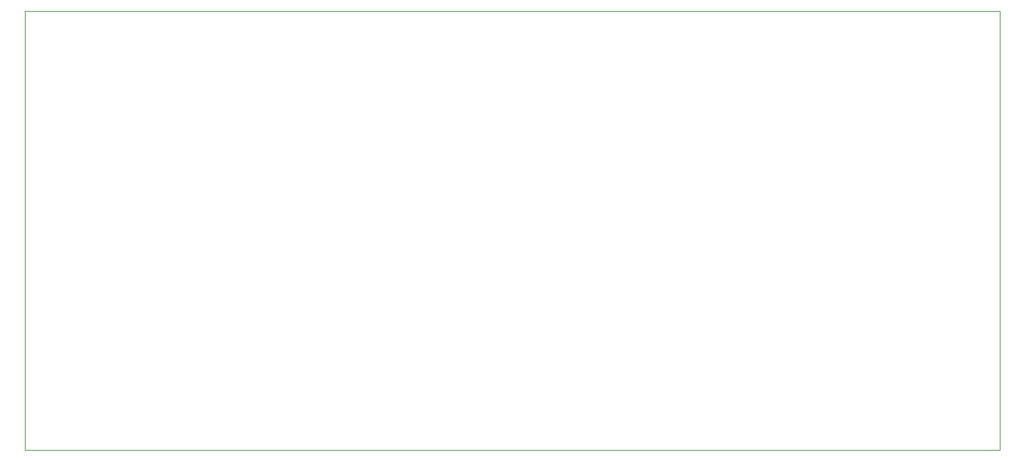
<source format=gbr>
%TF.GenerationSoftware,KiCad,Pcbnew,5.1.6-c6e7f7d~87~ubuntu18.04.1*%
%TF.CreationDate,2020-09-20T23:53:53-07:00*%
%TF.ProjectId,cad,6361642e-6b69-4636-9164-5f7063625858,rev?*%
%TF.SameCoordinates,Original*%
%TF.FileFunction,Profile,NP*%
%FSLAX46Y46*%
G04 Gerber Fmt 4.6, Leading zero omitted, Abs format (unit mm)*
G04 Created by KiCad (PCBNEW 5.1.6-c6e7f7d~87~ubuntu18.04.1) date 2020-09-20 23:53:53*
%MOMM*%
%LPD*%
G01*
G04 APERTURE LIST*
%TA.AperFunction,Profile*%
%ADD10C,0.050000*%
%TD*%
G04 APERTURE END LIST*
D10*
X93472000Y-128016000D02*
X93472000Y-74168000D01*
X212852000Y-128016000D02*
X93472000Y-128016000D01*
X212852000Y-74168000D02*
X212852000Y-128016000D01*
X93472000Y-74168000D02*
X212852000Y-74168000D01*
M02*

</source>
